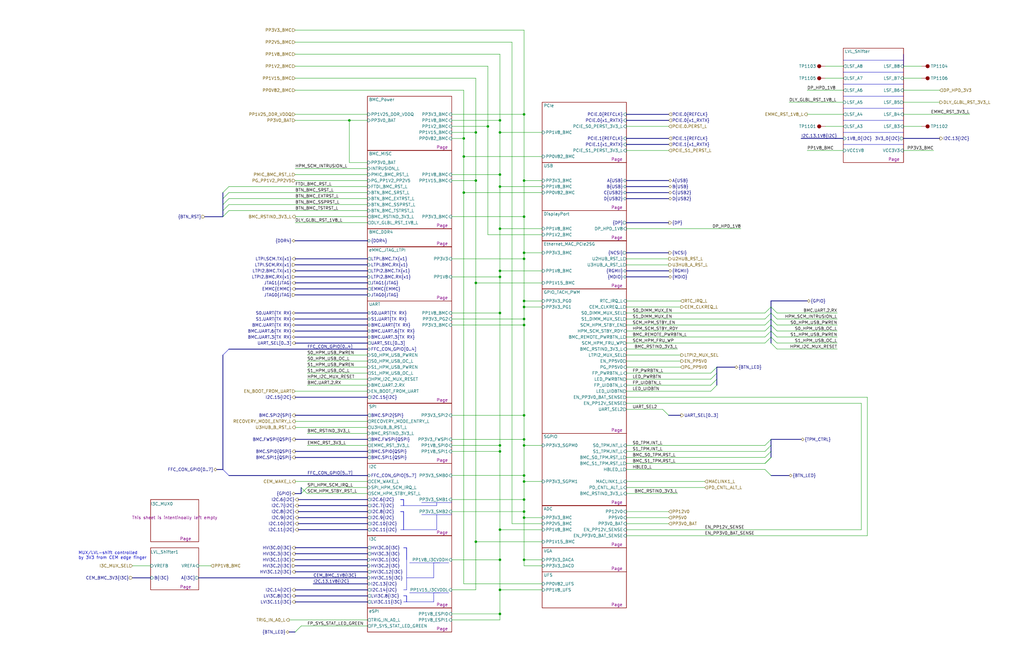
<source format=kicad_sch>
(kicad_sch (version 20231120) (generator "eeschema") (generator_version "8.0")
  (paper "B")
  (title_block (title "${PROJ}") (rev "${REV}") (company "${RPN}") (comment 1 "BMC"))
  (lib_symbols
    (symbol "Mechanical:TST-01025" (pin_numbers hide) (pin_names (offset 1.016) hide) (in_bom no)
      (property "Reference" "TP" (at 3.81 0 0))
      (symbol "TST-01025_0_1"
        (circle (center 2.54 0) (radius 0.762) (fill (type outline)))
      )
      (symbol "TST-01025_1_1"
        (pin passive line (at 0 0 0) (length 2.54) (name "~") (number "1"))
      )
    )
  )
  (junction (at 220.98 187.96))
  (junction (at 210.82 96.52))
  (junction (at 220.98 175.26))
  (junction (at 220.98 76.2))
  (junction (at 210.82 248.92))
  (junction (at 210.82 223.52))
  (junction (at 210.82 187.96))
  (junction (at 220.98 203.2))
  (junction (at 220.98 129.54))
  (junction (at 220.98 200.66))
  (junction (at 220.98 236.22))
  (junction (at 220.98 185.42))
  (junction (at 210.82 132.08))
  (junction (at 210.82 116.84))
  (junction (at 195.58 66.04))
  (junction (at 220.98 218.44))
  (junction (at 195.58 81.28))
  (junction (at 210.82 236.22))
  (junction (at 200.66 76.2))
  (junction (at 210.82 259.08))
  (junction (at 210.82 114.3))
  (junction (at 220.98 215.9))
  (junction (at 220.98 48.26))
  (junction (at 220.98 127))
  (junction (at 220.98 137.16))
  (junction (at 147.32 50.8))
  (junction (at 220.98 106.68))
  (junction (at 210.82 50.8))
  (junction (at 220.98 91.44))
  (junction (at 220.98 109.22))
  (junction (at 210.82 73.66))
  (junction (at 200.66 119.38))
  (junction (at 200.66 228.6))
  (junction (at 195.58 58.42))
  (junction (at 205.74 53.34))
  (junction (at 210.82 190.5))
  (junction (at 200.66 55.88))
  (junction (at 220.98 210.82))
  (junction (at 210.82 55.88))
  (junction (at 220.98 134.62))
  (junction (at 210.82 78.74))
  (bus_entry (at 322.58 195.58) (size 2.54 -2.54))
  (bus_entry (at 93.98 81.28) (size 2.54 -2.54))
  (bus_entry (at 327.66 142.24) (size -2.54 -2.54))
  (bus_entry (at 325.12 200.66) (size -2.54 -2.54))
  (bus_entry (at 322.58 187.96) (size 2.54 -2.54))
  (bus_entry (at 327.66 147.32) (size -2.54 -2.54))
  (bus_entry (at 327.66 134.62) (size -2.54 -2.54))
  (bus_entry (at 322.58 144.78) (size 2.54 -2.54))
  (bus_entry (at 299.72 157.48) (size 2.54 -2.54))
  (bus_entry (at 322.58 132.08) (size 2.54 -2.54))
  (bus_entry (at 299.72 162.56) (size 2.54 -2.54))
  (bus_entry (at 93.98 91.44) (size 2.54 -2.54))
  (bus_entry (at 93.98 86.36) (size 2.54 -2.54))
  (bus_entry (at 127 205.74) (size 2.54 2.54))
  (bus_entry (at 299.72 165.1) (size 2.54 -2.54))
  (bus_entry (at 279.4 172.72) (size 2.54 2.54))
  (bus_entry (at 93.98 83.82) (size 2.54 -2.54))
  (bus_entry (at 325.12 129.54) (size 2.54 2.54))
  (bus_entry (at 327.66 139.7) (size -2.54 -2.54))
  (bus_entry (at 322.58 193.04) (size 2.54 -2.54))
  (bus_entry (at 322.58 134.62) (size 2.54 -2.54))
  (bus_entry (at 322.58 137.16) (size 2.54 -2.54))
  (bus_entry (at 322.58 139.7) (size 2.54 -2.54))
  (bus_entry (at 93.98 88.9) (size 2.54 -2.54))
  (bus_entry (at 129.54 205.74) (size -2.54 2.54))
  (bus_entry (at 327.66 137.16) (size -2.54 -2.54))
  (bus_entry (at 322.58 190.5) (size 2.54 -2.54))
  (bus_entry (at 299.72 160.02) (size 2.54 -2.54))
  (bus_entry (at 327.66 144.78) (size -2.54 -2.54))
  (bus_entry (at 325.12 193.04) (size -2.54 2.54))
  (bus_entry (at 322.58 142.24) (size 2.54 -2.54))
  (bus_entry (at 127 264.16) (size -2.54 2.54))
  (wire (pts (xy 264.16 162.56) (xy 299.72 162.56)))
  (wire (pts (xy 124.46 12.7) (xy 220.98 12.7)))
  (bus (pts (xy 325.12 137.16) (xy 325.12 139.7)))
  (wire (pts (xy 129.54 182.88) (xy 154.94 182.88)))
  (wire (pts (xy 347.98 27.94) (xy 355.6 27.94)))
  (wire (pts (xy 210.82 55.88) (xy 210.82 73.66)))
  (bus (pts (xy 325.12 127) (xy 325.12 129.54)))
  (wire (pts (xy 190.5 259.08) (xy 210.82 259.08)))
  (bus (pts (xy 325.12 200.66) (xy 332.74 200.66)))
  (wire (pts (xy 210.82 248.92) (xy 228.6 248.92)))
  (wire (pts (xy 327.66 142.24) (xy 353.06 142.24)))
  (wire (pts (xy 220.98 187.96) (xy 220.98 200.66)))
  (polyline (pts (xy 170.18 213.36) (xy 184.15 213.36)))
  (wire (pts (xy 264.16 137.16) (xy 322.58 137.16)))
  (bus (pts (xy 124.46 111.76) (xy 154.94 111.76)))
  (bus (pts (xy 125.73 213.36) (xy 154.94 213.36)))
  (wire (pts (xy 264.16 53.34) (xy 281.94 53.34)))
  (wire (pts (xy 264.16 144.78) (xy 322.58 144.78)))
  (polyline (pts (xy 168.91 213.36) (xy 170.18 213.36)))
  (polyline (pts (xy 170.18 231.14) (xy 171.45 231.14)))
  (wire (pts (xy 264.16 63.5) (xy 281.94 63.5)))
  (wire (pts (xy 327.66 134.62) (xy 353.06 134.62)))
  (wire (pts (xy 210.82 116.84) (xy 210.82 132.08)))
  (bus (pts (xy 325.12 185.42) (xy 337.82 185.42)))
  (wire (pts (xy 124.46 17.78) (xy 215.9 17.78)))
  (wire (pts (xy 96.52 81.28) (xy 154.94 81.28)))
  (wire (pts (xy 96.52 88.9) (xy 154.94 88.9)))
  (wire (pts (xy 124.46 165.1) (xy 154.94 165.1)))
  (bus (pts (xy 125.73 223.52) (xy 154.94 223.52)))
  (wire (pts (xy 210.82 78.74) (xy 210.82 96.52)))
  (wire (pts (xy 220.98 137.16) (xy 220.98 175.26)))
  (polyline (pts (xy 171.45 243.84) (xy 182.88 243.84)))
  (wire (pts (xy 210.82 190.5) (xy 210.82 223.52)))
  (wire (pts (xy 264.16 109.22) (xy 281.94 109.22)))
  (wire (pts (xy 124.46 76.2) (xy 154.94 76.2)))
  (polyline (pts (xy 171.45 251.46) (xy 171.45 254)))
  (wire (pts (xy 220.98 218.44) (xy 228.6 218.44)))
  (wire (pts (xy 220.98 203.2) (xy 228.6 203.2)))
  (wire (pts (xy 381 33.02) (xy 388.62 33.02)))
  (wire (pts (xy 147.32 50.8) (xy 147.32 68.58)))
  (bus (pts (xy 124.46 114.3) (xy 154.94 114.3)))
  (wire (pts (xy 147.32 68.58) (xy 154.94 68.58)))
  (polyline (pts (xy 96.52 147.32) (xy 93.98 149.86)))
  (wire (pts (xy 264.16 170.18) (xy 363.22 170.18)))
  (wire (pts (xy 220.98 129.54) (xy 228.6 129.54)))
  (wire (pts (xy 340.36 48.26) (xy 355.6 48.26)))
  (wire (pts (xy 264.16 165.1) (xy 299.72 165.1)))
  (bus (pts (xy 264.16 58.42) (xy 281.94 58.42)))
  (polyline (pts (xy 355.6 25.4) (xy 381 25.4)))
  (wire (pts (xy 190.5 187.96) (xy 210.82 187.96)))
  (wire (pts (xy 210.82 223.52) (xy 210.82 236.22)))
  (bus (pts (xy 93.98 149.86) (xy 93.98 198.12)))
  (wire (pts (xy 264.16 152.4) (xy 287.02 152.4)))
  (wire (pts (xy 129.54 149.86) (xy 154.94 149.86)))
  (wire (pts (xy 220.98 210.82) (xy 220.98 215.9)))
  (bus (pts (xy 121.92 266.7) (xy 124.46 266.7)))
  (bus (pts (xy 325.12 185.42) (xy 325.12 187.96)))
  (bus (pts (xy 264.16 50.8) (xy 281.94 50.8)))
  (wire (pts (xy 381 27.94) (xy 388.62 27.94)))
  (polyline (pts (xy 184.15 212.09) (xy 184.15 213.36)))
  (bus (pts (xy 325.12 127) (xy 340.36 127)))
  (wire (pts (xy 124.46 180.34) (xy 154.94 180.34)))
  (polyline (pts (xy 355.6 30.48) (xy 381 30.48)))
  (wire (pts (xy 200.66 55.88) (xy 200.66 76.2)))
  (polyline (pts (xy 168.91 223.52) (xy 170.18 223.52)))
  (bus (pts (xy 325.12 134.62) (xy 325.12 137.16)))
  (wire (pts (xy 220.98 185.42) (xy 220.98 187.96)))
  (bus (pts (xy 124.46 241.3) (xy 154.94 241.3)))
  (wire (pts (xy 96.52 83.82) (xy 154.94 83.82)))
  (wire (pts (xy 205.74 27.94) (xy 205.74 53.34)))
  (wire (pts (xy 200.66 228.6) (xy 200.66 248.92)))
  (wire (pts (xy 393.7 63.5) (xy 381 63.5)))
  (polyline (pts (xy 171.45 231.14) (xy 171.45 248.92)))
  (bus (pts (xy 127 205.74) (xy 127 208.28)))
  (bus (pts (xy 124.46 254) (xy 154.94 254)))
  (wire (pts (xy 190.5 261.62) (xy 210.82 261.62)))
  (wire (pts (xy 327.66 144.78) (xy 353.06 144.78)))
  (wire (pts (xy 124.46 33.02) (xy 200.66 33.02)))
  (bus (pts (xy 93.98 81.28) (xy 93.98 83.82)))
  (bus (pts (xy 264.16 48.26) (xy 281.94 48.26)))
  (wire (pts (xy 210.82 73.66) (xy 210.82 78.74)))
  (wire (pts (xy 190.5 48.26) (xy 220.98 48.26)))
  (wire (pts (xy 264.16 139.7) (xy 322.58 139.7)))
  (bus (pts (xy 264.16 83.82) (xy 281.94 83.82)))
  (wire (pts (xy 264.16 127) (xy 287.02 127)))
  (wire (pts (xy 264.16 172.72) (xy 279.4 172.72)))
  (bus (pts (xy 124.46 132.08) (xy 154.94 132.08)))
  (wire (pts (xy 381 48.26) (xy 408.94 48.26)))
  (wire (pts (xy 195.58 58.42) (xy 195.58 66.04)))
  (wire (pts (xy 129.54 162.56) (xy 154.94 162.56)))
  (polyline (pts (xy 355.6 45.72) (xy 381 45.72)))
  (wire (pts (xy 381 53.34) (xy 388.62 53.34)))
  (wire (pts (xy 124.46 38.1) (xy 195.58 38.1)))
  (polyline (pts (xy 355.6 50.8) (xy 381 50.8)))
  (polyline (pts (xy 171.45 254) (xy 182.88 254)))
  (bus (pts (xy 124.46 251.46) (xy 154.94 251.46)))
  (wire (pts (xy 210.82 259.08) (xy 210.82 261.62)))
  (bus (pts (xy 124.46 231.14) (xy 154.94 231.14)))
  (polyline (pts (xy 355.6 60.96) (xy 381 60.96)))
  (wire (pts (xy 147.32 50.8) (xy 154.94 50.8)))
  (wire (pts (xy 220.98 203.2) (xy 220.98 210.82)))
  (wire (pts (xy 220.98 187.96) (xy 228.6 187.96)))
  (wire (pts (xy 264.16 187.96) (xy 322.58 187.96)))
  (wire (pts (xy 190.5 185.42) (xy 220.98 185.42)))
  (bus (pts (xy 264.16 78.74) (xy 281.94 78.74)))
  (wire (pts (xy 96.52 78.74) (xy 154.94 78.74)))
  (wire (pts (xy 190.5 76.2) (xy 200.66 76.2)))
  (bus (pts (xy 325.12 132.08) (xy 325.12 134.62)))
  (wire (pts (xy 365.76 167.64) (xy 365.76 226.06)))
  (bus (pts (xy 96.52 200.66) (xy 154.94 200.66)))
  (wire (pts (xy 264.16 193.04) (xy 322.58 193.04)))
  (bus (pts (xy 325.12 190.5) (xy 325.12 193.04)))
  (wire (pts (xy 210.82 96.52) (xy 210.82 114.3)))
  (wire (pts (xy 195.58 246.38) (xy 228.6 246.38)))
  (wire (pts (xy 210.82 50.8) (xy 210.82 55.88)))
  (wire (pts (xy 264.16 142.24) (xy 322.58 142.24)))
  (wire (pts (xy 220.98 129.54) (xy 220.98 134.62)))
  (wire (pts (xy 210.82 114.3) (xy 210.82 116.84)))
  (wire (pts (xy 190.5 53.34) (xy 205.74 53.34)))
  (wire (pts (xy 205.74 99.06) (xy 228.6 99.06)))
  (wire (pts (xy 124.46 91.44) (xy 154.94 91.44)))
  (bus (pts (xy 124.46 124.46) (xy 154.94 124.46)))
  (wire (pts (xy 264.16 147.32) (xy 285.75 147.32)))
  (bus (pts (xy 264.16 76.2) (xy 281.94 76.2)))
  (wire (pts (xy 264.16 220.98) (xy 281.94 220.98)))
  (wire (pts (xy 210.82 187.96) (xy 210.82 190.5)))
  (bus (pts (xy 124.46 175.26) (xy 154.94 175.26)))
  (wire (pts (xy 327.66 132.08) (xy 353.06 132.08)))
  (polyline (pts (xy 170.18 254) (xy 171.45 254)))
  (wire (pts (xy 210.82 236.22) (xy 210.82 248.92)))
  (bus (pts (xy 381 58.42) (xy 396.24 58.42)))
  (wire (pts (xy 220.98 91.44) (xy 220.98 106.68)))
  (wire (pts (xy 210.82 132.08) (xy 210.82 187.96)))
  (wire (pts (xy 210.82 114.3) (xy 228.6 114.3)))
  (bus (pts (xy 124.46 248.92) (xy 154.94 248.92)))
  (wire (pts (xy 327.66 137.16) (xy 353.06 137.16)))
  (wire (pts (xy 264.16 129.54) (xy 287.02 129.54)))
  (bus (pts (xy 93.98 198.12) (xy 91.44 198.12)))
  (bus (pts (xy 325.12 139.7) (xy 325.12 142.24)))
  (polyline (pts (xy 168.91 210.82) (xy 170.18 210.82)))
  (wire (pts (xy 264.16 160.02) (xy 299.72 160.02)))
  (wire (pts (xy 264.16 96.52) (xy 312.42 96.52)))
  (polyline (pts (xy 355.6 35.56) (xy 381 35.56)))
  (wire (pts (xy 124.46 27.94) (xy 205.74 27.94)))
  (wire (pts (xy 264.16 190.5) (xy 322.58 190.5)))
  (bus (pts (xy 264.16 81.28) (xy 281.94 81.28)))
  (wire (pts (xy 264.16 218.44) (xy 281.94 218.44)))
  (wire (pts (xy 124.46 48.26) (xy 154.94 48.26)))
  (bus (pts (xy 132.08 246.38) (xy 154.94 246.38)))
  (wire (pts (xy 220.98 106.68) (xy 228.6 106.68)))
  (wire (pts (xy 154.94 203.2) (xy 124.46 203.2)))
  (wire (pts (xy 220.98 200.66) (xy 220.98 203.2)))
  (polyline (pts (xy 170.18 251.46) (xy 171.45 251.46)))
  (wire (pts (xy 264.16 205.74) (xy 297.18 205.74)))
  (bus (pts (xy 325.12 142.24) (xy 325.12 144.78)))
  (wire (pts (xy 220.98 106.68) (xy 220.98 109.22)))
  (polyline (pts (xy 182.88 250.19) (xy 189.23 250.19)))
  (bus (pts (xy 124.46 238.76) (xy 154.94 238.76)))
  (wire (pts (xy 124.46 50.8) (xy 147.32 50.8)))
  (wire (pts (xy 190.5 175.26) (xy 220.98 175.26)))
  (bus (pts (xy 93.98 88.9) (xy 93.98 91.44)))
  (bus (pts (xy 325.12 187.96) (xy 325.12 190.5)))
  (wire (pts (xy 264.16 134.62) (xy 322.58 134.62)))
  (wire (pts (xy 347.98 33.02) (xy 355.6 33.02)))
  (wire (pts (xy 190.5 109.22) (xy 220.98 109.22)))
  (polyline (pts (xy 96.52 200.66) (xy 93.98 198.12)))
  (bus (pts (xy 124.46 109.22) (xy 154.94 109.22)))
  (polyline (pts (xy 177.8 217.17) (xy 190.5 217.17)))
  (wire (pts (xy 195.58 81.28) (xy 195.58 246.38)))
  (polyline (pts (xy 168.91 210.82) (xy 170.18 210.82)))
  (bus (pts (xy 264.16 93.98) (xy 281.94 93.98)))
  (polyline (pts (xy 170.18 223.52) (xy 184.15 223.52)))
  (wire (pts (xy 210.82 96.52) (xy 228.6 96.52)))
  (polyline (pts (xy 182.88 237.49) (xy 189.23 237.49)))
  (bus (pts (xy 124.46 193.04) (xy 154.94 193.04)))
  (wire (pts (xy 340.36 63.5) (xy 355.6 63.5)))
  (wire (pts (xy 190.5 132.08) (xy 210.82 132.08)))
  (polyline (pts (xy 172.72 250.19) (xy 185.42 250.19)))
  (wire (pts (xy 200.66 119.38) (xy 228.6 119.38)))
  (wire (pts (xy 96.52 86.36) (xy 154.94 86.36)))
  (bus (pts (xy 124.46 121.92) (xy 154.94 121.92)))
  (polyline (pts (xy 171.45 251.46) (xy 171.45 254)))
  (wire (pts (xy 220.98 218.44) (xy 220.98 236.22)))
  (polyline (pts (xy 355.6 55.88) (xy 381 55.88)))
  (wire (pts (xy 264.16 223.52) (xy 363.22 223.52)))
  (bus (pts (xy 125.73 218.44) (xy 154.94 218.44)))
  (wire (pts (xy 220.98 127) (xy 228.6 127)))
  (wire (pts (xy 363.22 170.18) (xy 363.22 223.52)))
  (bus (pts (xy 281.94 175.26) (xy 287.02 175.26)))
  (wire (pts (xy 210.82 55.88) (xy 228.6 55.88)))
  (wire (pts (xy 215.9 220.98) (xy 228.6 220.98)))
  (wire (pts (xy 190.5 73.66) (xy 210.82 73.66)))
  (wire (pts (xy 200.66 76.2) (xy 200.66 119.38)))
  (wire (pts (xy 264.16 208.28) (xy 285.75 208.28)))
  (wire (pts (xy 190.5 58.42) (xy 195.58 58.42)))
  (wire (pts (xy 124.46 93.98) (xy 154.94 93.98)))
  (wire (pts (xy 210.82 248.92) (xy 210.82 259.08)))
  (polyline (pts (xy 170.18 215.9) (xy 170.18 223.52)))
  (bus (pts (xy 86.36 91.44) (xy 93.98 91.44)))
  (bus (pts (xy 325.12 129.54) (xy 325.12 132.08)))
  (polyline (pts (xy 381 22.86) (xy 381 27.94)))
  (wire (pts (xy 200.66 33.02) (xy 200.66 55.88)))
  (bus (pts (xy 302.26 154.94) (xy 302.26 157.48)))
  (wire (pts (xy 129.54 187.96) (xy 154.94 187.96)))
  (wire (pts (xy 129.54 154.94) (xy 154.94 154.94)))
  (polyline (pts (xy 170.18 210.82) (xy 170.18 213.36)))
  (bus (pts (xy 154.94 190.5) (xy 124.46 190.5)))
  (bus (pts (xy 93.98 83.82) (xy 93.98 86.36)))
  (wire (pts (xy 210.82 22.86) (xy 210.82 50.8)))
  (wire (pts (xy 55.88 238.76) (xy 63.5 238.76)))
  (wire (pts (xy 220.98 76.2) (xy 220.98 91.44)))
  (bus (pts (xy 124.46 139.7) (xy 154.94 139.7)))
  (polyline (pts (xy 182.88 237.49) (xy 182.88 243.84)))
  (bus (pts (xy 264.16 114.3) (xy 281.94 114.3)))
  (polyline (pts (xy 172.72 237.49) (xy 185.42 237.49)))
  (polyline (pts (xy 168.91 215.9) (xy 170.18 215.9)))
  (wire (pts (xy 210.82 223.52) (xy 228.6 223.52)))
  (wire (pts (xy 190.5 134.62) (xy 220.98 134.62)))
  (wire (pts (xy 190.5 50.8) (xy 210.82 50.8)))
  (bus (pts (xy 125.73 215.9) (xy 154.94 215.9)))
  (wire (pts (xy 264.16 203.2) (xy 297.18 203.2)))
  (wire (pts (xy 124.46 177.8) (xy 154.94 177.8)))
  (bus (pts (xy 124.46 236.22) (xy 154.94 236.22)))
  (bus (pts (xy 337.82 58.42) (xy 355.6 58.42)))
  (wire (pts (xy 190.5 236.22) (xy 210.82 236.22)))
  (wire (pts (xy 264.16 154.94) (xy 287.02 154.94)))
  (bus (pts (xy 125.73 220.98) (xy 154.94 220.98)))
  (polyline (pts (xy 177.8 212.09) (xy 190.5 212.09)))
  (wire (pts (xy 129.54 205.74) (xy 154.94 205.74)))
  (wire (pts (xy 264.16 111.76) (xy 281.94 111.76)))
  (wire (pts (xy 190.5 210.82) (xy 220.98 210.82)))
  (wire (pts (xy 124.46 22.86) (xy 210.82 22.86)))
  (wire (pts (xy 190.5 116.84) (xy 210.82 116.84)))
  (polyline (pts (xy 171.45 231.14) (xy 171.45 236.22)))
  (bus (pts (xy 83.82 243.84) (xy 154.94 243.84)))
  (bus (pts (xy 124.46 144.78) (xy 154.94 144.78)))
  (wire (pts (xy 121.92 261.62) (xy 154.94 261.62)))
  (wire (pts (xy 220.98 236.22) (xy 220.98 238.76)))
  (wire (pts (xy 129.54 157.48) (xy 154.94 157.48)))
  (wire (pts (xy 220.98 175.26) (xy 220.98 185.42)))
  (wire (pts (xy 205.74 53.34) (xy 205.74 99.06)))
  (wire (pts (xy 190.5 215.9) (xy 220.98 215.9)))
  (bus (pts (xy 93.98 86.36) (xy 93.98 88.9)))
  (bus (pts (xy 124.46 233.68) (xy 154.94 233.68)))
  (wire (pts (xy 220.98 215.9) (xy 220.98 218.44)))
  (wire (pts (xy 264.16 215.9) (xy 281.94 215.9)))
  (wire (pts (xy 264.16 149.86) (xy 287.02 149.86)))
  (wire (pts (xy 190.5 190.5) (xy 210.82 190.5)))
  (bus (pts (xy 124.46 134.62) (xy 154.94 134.62)))
  (bus (pts (xy 55.88 243.84) (xy 63.5 243.84)))
  (bus (pts (xy 264.16 106.68) (xy 281.94 106.68)))
  (polyline (pts (xy 355.6 40.64) (xy 381 40.64)))
  (wire (pts (xy 220.98 127) (xy 220.98 129.54)))
  (wire (pts (xy 190.5 200.66) (xy 220.98 200.66)))
  (bus (pts (xy 124.46 101.6) (xy 154.94 101.6)))
  (bus (pts (xy 124.46 116.84) (xy 154.94 116.84)))
  (wire (pts (xy 190.5 248.92) (xy 200.66 248.92)))
  (wire (pts (xy 220.98 76.2) (xy 228.6 76.2)))
  (wire (pts (xy 124.46 73.66) (xy 154.94 73.66)))
  (wire (pts (xy 190.5 55.88) (xy 200.66 55.88)))
  (polyline (pts (xy 182.88 250.19) (xy 182.88 254)))
  (polyline (pts (xy 170.18 248.92) (xy 171.45 248.92)))
  (wire (pts (xy 264.16 195.58) (xy 322.58 195.58)))
  (wire (pts (xy 264.16 198.12) (xy 322.58 198.12)))
  (wire (pts (xy 190.5 137.16) (xy 220.98 137.16)))
  (bus (pts (xy 302.26 160.02) (xy 302.26 162.56)))
  (wire (pts (xy 129.54 152.4) (xy 154.94 152.4)))
  (wire (pts (xy 327.66 139.7) (xy 353.06 139.7)))
  (wire (pts (xy 215.9 17.78) (xy 215.9 220.98)))
  (bus (pts (xy 124.46 137.16) (xy 154.94 137.16)))
  (wire (pts (xy 190.5 91.44) (xy 220.98 91.44)))
  (bus (pts (xy 125.73 210.82) (xy 154.94 210.82)))
  (wire (pts (xy 327.66 147.32) (xy 353.06 147.32)))
  (wire (pts (xy 83.82 238.76) (xy 88.9 238.76)))
  (bus (pts (xy 127 208.28) (xy 124.46 208.28)))
  (wire (pts (xy 264.16 157.48) (xy 299.72 157.48)))
  (wire (pts (xy 347.98 53.34) (xy 355.6 53.34)))
  (wire (pts (xy 210.82 78.74) (xy 228.6 78.74)))
  (wire (pts (xy 220.98 48.26) (xy 220.98 76.2)))
  (wire (pts (xy 264.16 226.06) (xy 365.76 226.06)))
  (polyline (pts (xy 184.15 217.17) (xy 184.15 223.52)))
  (wire (pts (xy 381 43.18) (xy 396.24 43.18)))
  (bus (pts (xy 124.46 167.64) (xy 154.94 167.64)))
  (wire (pts (xy 127 264.16) (xy 154.94 264.16)))
  (wire (pts (xy 195.58 66.04) (xy 228.6 66.04)))
  (wire (pts (xy 332.74 43.18) (xy 355.6 43.18)))
  (wire (pts (xy 195.58 38.1) (xy 195.58 58.42)))
  (polyline (pts (xy 170.18 210.82) (xy 170.18 213.36)))
  (wire (pts (xy 381 38.1) (xy 396.24 38.1)))
  (bus (pts (xy 264.16 116.84) (xy 281.94 116.84)))
  (bus (pts (xy 124.46 142.24) (xy 154.94 142.24)))
  (bus (pts (xy 302.26 154.94) (xy 309.88 154.94)))
  (wire (pts (xy 264.16 132.08) (xy 322.58 132.08)))
  (wire (pts (xy 200.66 228.6) (xy 228.6 228.6)))
  (polyline (pts (xy 170.18 251.46) (xy 171.45 251.46)))
  (wire (pts (xy 220.98 134.62) (xy 220.98 137.16)))
  (wire (pts (xy 340.36 38.1) (xy 355.6 38.1)))
  (polyline (pts (xy 168.91 215.9) (xy 170.18 215.9)))
  (wire (pts (xy 129.54 208.28) (xy 154.94 208.28)))
  (polyline (pts (xy 170.18 231.14) (xy 171.45 231.14)))
  (wire (pts (xy 220.98 109.22) (xy 220.98 127)))
  (wire (pts (xy 200.66 119.38) (xy 200.66 228.6)))
  (bus (pts (xy 264.16 60.96) (xy 281.94 60.96)))
  (wire (pts (xy 220.98 12.7) (xy 220.98 48.26)))
  (wire (pts (xy 264.16 167.64) (xy 365.76 167.64)))
  (wire (pts (xy 220.98 236.22) (xy 228.6 236.22)))
  (wire (pts (xy 195.58 66.04) (xy 195.58 81.28)))
  (bus (pts (xy 124.46 119.38) (xy 154.94 119.38)))
  (wire (pts (xy 124.46 71.12) (xy 154.94 71.12)))
  (wire (pts (xy 220.98 238.76) (xy 228.6 238.76)))
  (wire (pts (xy 195.58 81.28) (xy 228.6 81.28)))
  (bus (pts (xy 302.26 157.48) (xy 302.26 160.02)))
  (polyline (pts (xy 170.18 215.9) (xy 170.18 223.52)))
  (bus (pts (xy 96.52 147.32) (xy 154.94 147.32)))
  (wire (pts (xy 129.54 160.02) (xy 154.94 160.02)))
  (bus (pts (xy 124.46 185.42) (xy 154.94 185.42)))
  (text "MUX/LVL-shift controlled \nby 3V3 from CEM edge finger" (at 33.02 236.22 0) (effects (font (size 1.27 1.27)) (justify left bottom)))
  (label "S1_TPM.INT_L" (at 266.7 190.5 0))
  (label "FP_UIDBTN_L" (at 266.7 162.56 0))
  (label "SCM_HPM_STBY_EN" (at 266.7 137.16 0))
  (label "S1_HPM_USB_OC_L" (at 353.06 144.78 180))
  (label "FP_PWRBTN_L" (at 266.7 157.48 0))
  (label "BMC_S0_TPM.RST_L" (at 266.7 193.04 0))
  (label "HPM_SCM_INTRUSION_L" (at 124.46 71.12 0))
  (label "DP_HPD_1V8" (at 312.42 96.52 180))
  (label "SPI_HPM_SCM_IRQ_L" (at 129.54 205.74 0))
  (label "I2C.13.1V8{I2C}" (at 337.82 58.42 0))
  (label "FTDI_BMC_RST_L" (at 124.46 78.74 0))
  (label "SCM_HPM_STBY_RST_L" (at 129.54 208.28 0))
  (label "PP3V3_BMC" (at 393.7 63.5 180))
  (label "S1_HPM_USB_PWREN" (at 129.54 154.94 0))
  (label "BMC_RSTIND_3V3_L" (at 285.75 147.32 180))
  (label "HPM_I2C_MUX_RESET" (at 129.54 160.02 0))
  (label "FFC_CON_GPIO[0..4]" (at 129.54 147.32 0))
  (label "BTN_BMC_SRST_L" (at 124.46 81.28 0))
  (label "S0_HPM_USB_OC_L" (at 353.06 139.7 180))
  (label "PP1V8_BMC" (at 340.36 63.5 0))
  (label "S0_HPM_USB_PWREN" (at 129.54 149.86 0))
  (label "BTN_BMC_SSPRST_L" (at 124.46 86.36 0))
  (label "BMC_REMOTE_PWRBTN_L" (at 266.7 142.24 0))
  (label "FFC_CON_GPIO[5..7]" (at 129.54 200.66 0))
  (label "EN_PP12V_SENSE" (at 297.18 223.52 0))
  (label "BMC.UART.2.RX" (at 129.54 162.56 0))
  (label "HPM_SCM_INTRUSION_L" (at 353.06 134.62 180))
  (label "LED_UIDBTN" (at 266.7 165.1 0))
  (label "EMMC_RST_3V3_L" (at 408.94 48.26 180))
  (label "S0_HPM_USB_OC_L" (at 129.54 152.4 0))
  (label "DLY_GLBL_RST_1V8_L" (at 124.46 93.98 0))
  (label "FP_SYS_STAT_LED_GREEN" (at 129.54 264.16 0))
  (label "HPM_SCM_STBY_RDY" (at 266.7 139.7 0))
  (label "S1_HPM_USB_PWREN" (at 353.06 142.24 180))
  (label "DLY_GLBL_RST_1V8_L" (at 332.74 43.18 0))
  (label "BMC_S1_TPM.RST_L" (at 266.7 195.58 0))
  (label "DP_HPD_1V8" (at 340.36 38.1 0))
  (label "BMC_RSTIND_3V3_L" (at 285.75 208.28 180))
  (label "EMMC_RST_3V3_L" (at 129.54 187.96 0))
  (label "S0_DIMM_MUX_EN" (at 266.7 132.08 0))
  (label "S0_HPM_USB_PWREN" (at 353.06 137.16 180))
  (label "S0_TPM.INT_L" (at 266.7 187.96 0))
  (label "BTN_BMC_TSTRST_L" (at 124.46 88.9 0))
  (label "I2C.13.1V8{I2C}" (at 132.08 246.38 0))
  (label "HPM_I2C_MUX_RESET" (at 353.06 147.32 180))
  (label "EN_PP3V0_BAT_SENSE" (at 297.18 226.06 0))
  (label "UART_SEL2" (at 266.7 172.72 0))
  (label "BMC.UART.2.RX" (at 353.06 132.08 180))
  (label "BTN_BMC_EXTRST_L" (at 124.46 83.82 0))
  (label "S1_DIMM_MUX_EN" (at 266.7 134.62 0))
  (label "LED_PWRBTN" (at 266.7 160.02 0))
  (label "S1_HPM_USB_OC_L" (at 129.54 157.48 0))
  (label "BMC_RSTIND_3V3_L" (at 129.54 182.88 0))
  (label "SCM_HPM_FRU_WP" (at 266.7 144.78 0))
  (label "CEM_BMC_1V8{I3C}" (at 132.08 243.84 0))
  (label "HBLED_L" (at 266.7 198.12 0))
  (hierarchical_label "BMC_RSTIND_3V3_L" (shape output) (at 124.46 91.44 180))
  (hierarchical_label "EN_PP5V0" (shape output) (at 287.02 152.4 0))
  (hierarchical_label "I2C.10{I2C}" (shape output) (at 125.73 220.98 180))
  (hierarchical_label "PP3V0_BAT" (shape input) (at 281.94 220.98 0))
  (hierarchical_label "RECOVERY_MODE_ENTRY_L" (shape output) (at 124.46 177.8 180))
  (hierarchical_label "PCIE_S1_PERST_L" (shape input) (at 281.94 63.5 0))
  (hierarchical_label "PP2V5_BMC" (shape input) (at 124.46 17.78 180))
  (hierarchical_label "BMC.UART.6{TX RX}" (shape bidirectional) (at 124.46 139.7 180))
  (hierarchical_label "PP5V0" (shape input) (at 281.94 218.44 0))
  (hierarchical_label "I2C.7{I2C}" (shape output) (at 125.73 213.36 180))
  (hierarchical_label "D{USB2}" (shape bidirectional) (at 281.94 83.82 0))
  (hierarchical_label "PCIE.1{REFCLK}" (shape input) (at 281.94 58.42 0))
  (hierarchical_label "UART_SEL[0..3]" (shape output) (at 124.46 144.78 180))
  (hierarchical_label "LVI3C.11{I3C}" (shape output) (at 124.46 254 180))
  (hierarchical_label "HVI3C.12{I3C}" (shape output) (at 124.46 241.3 180))
  (hierarchical_label "U3HUB_B_RST_L" (shape output) (at 124.46 180.34 180))
  (hierarchical_label "CEM_CLKREQ_L" (shape output) (at 287.02 129.54 0))
  (hierarchical_label "LTPI2.BMC.RX{x1}" (shape input) (at 124.46 116.84 180))
  (hierarchical_label "PP3V3_BMC" (shape input) (at 124.46 12.7 180))
  (hierarchical_label "CEM_WAKE_L" (shape output) (at 124.46 203.2 180))
  (hierarchical_label "I2C.15{I2C}" (shape output) (at 124.46 167.64 180))
  (hierarchical_label "BMC.UART{TX RX}" (shape bidirectional) (at 124.46 137.16 180))
  (hierarchical_label "LVI3C.8{I3C}" (shape output) (at 124.46 251.46 180))
  (hierarchical_label "PP1V8_BMC" (shape input) (at 124.46 22.86 180))
  (hierarchical_label "PG_PP1V2_PP2V5" (shape input) (at 124.46 76.2 180))
  (hierarchical_label "UART_SEL[0..3]" (shape output) (at 287.02 175.26 0))
  (hierarchical_label "FFC_CON_GPIO[0..7]" (shape bidirectional) (at 91.44 198.12 180))
  (hierarchical_label "PCIE.0{REFCLK}" (shape input) (at 281.94 48.26 0))
  (hierarchical_label "A{USB}" (shape bidirectional) (at 281.94 76.2 0))
  (hierarchical_label "PP1V25_DDR_VDDQ" (shape input) (at 124.46 48.26 180))
  (hierarchical_label "JTAG0{JTAG}" (shape input) (at 124.46 124.46 180))
  (hierarchical_label "PG_PP5V0" (shape input) (at 287.02 154.94 0))
  (hierarchical_label "{DP}" (shape output) (at 281.94 93.98 0))
  (hierarchical_label "PCIE.0{x1_RXTX}" (shape input) (at 281.94 50.8 0))
  (hierarchical_label "{GPIO}" (shape bidirectional) (at 124.46 208.28 180))
  (hierarchical_label "S1.UART{TX RX}" (shape bidirectional) (at 124.46 134.62 180))
  (hierarchical_label "BMC.SPI2{SPI}" (shape output) (at 124.46 175.26 180))
  (hierarchical_label "BMC.SPI1{QSPI}" (shape output) (at 124.46 193.04 180))
  (hierarchical_label "PP12V0" (shape input) (at 281.94 215.9 0))
  (hierarchical_label "{MDIO}" (shape bidirectional) (at 281.94 116.84 0))
  (hierarchical_label "I2C.11{I2C}" (shape output) (at 125.73 223.52 180))
  (hierarchical_label "LTPI2_MUX_SEL" (shape output) (at 287.02 149.86 0))
  (hierarchical_label "HVI3C.2{I3C}" (shape input) (at 124.46 238.76 180))
  (hierarchical_label "{TPM_CTRL}" (shape bidirectional) (at 337.82 185.42 0))
  (hierarchical_label "{NCSI}" (shape output) (at 281.94 106.68 0))
  (hierarchical_label "BMC.UART.3{TX RX}" (shape bidirectional) (at 124.46 142.24 180))
  (hierarchical_label "PP1V15_BMC" (shape input) (at 124.46 33.02 180))
  (hierarchical_label "PMIC_BMC_RST_L" (shape input) (at 124.46 73.66 180))
  (hierarchical_label "HVI3C.3{I3C}" (shape output) (at 124.46 233.68 180))
  (hierarchical_label "LTPI.SCM.TX{x1}" (shape output) (at 124.46 109.22 180))
  (hierarchical_label "PP1V8_BMC" (shape input) (at 88.9 238.76 0))
  (hierarchical_label "LTPI2.BMC.TX{x1}" (shape output) (at 124.46 114.3 180))
  (hierarchical_label "HVI3C.1{I3C}" (shape input) (at 124.46 236.22 180))
  (hierarchical_label "EN_BOOT_FROM_UART" (shape input) (at 124.46 165.1 180))
  (hierarchical_label "{RGMII}" (shape bidirectional) (at 281.94 114.3 0))
  (hierarchical_label "PP1V2_BMC" (shape input) (at 124.46 27.94 180))
  (hierarchical_label "CEM_BMC_3V3{I3C}" (shape input) (at 55.88 243.84 180))
  (hierarchical_label "BMC.SPI0{QSPI}" (shape output) (at 124.46 190.5 180))
  (hierarchical_label "EMMC_RST_1V8_L" (shape output) (at 340.36 48.26 180))
  (hierarchical_label "MACLINK1_L" (shape input) (at 297.18 203.2 0))
  (hierarchical_label "BMC.FWSPI{QSPI}" (shape output) (at 124.46 185.42 180))
  (hierarchical_label "{BTN_LED}" (shape bidirectional) (at 121.92 266.7 180))
  (hierarchical_label "{DDR4}" (shape bidirectional) (at 124.46 101.6 180))
  (hierarchical_label "DP_HPD_3V3" (shape input) (at 396.24 38.1 0))
  (hierarchical_label "I2C.14{I2C}" (shape output) (at 124.46 248.92 180))
  (hierarchical_label "I2C.9{I2C}" (shape output) (at 125.73 218.44 180))
  (hierarchical_label "LTPI.SCM.RX{x1}" (shape input) (at 124.46 111.76 180))
  (hierarchical_label "I2C.6{I2C}" (shape output) (at 125.73 210.82 180))
  (hierarchical_label "HVI3C.0{I3C}" (shape output) (at 124.46 231.14 180))
  (hierarchical_label "JTAG1{JTAG}" (shape output) (at 124.46 119.38 180))
  (hierarchical_label "PCIE.0.PERST_L" (shape input) (at 281.94 53.34 0))
  (hierarchical_label "PP0V82_BMC" (shape input) (at 124.46 38.1 180))
  (hierarchical_label "RTC_IRQ_L" (shape input) (at 287.02 127 0))
  (hierarchical_label "U3HUB_A_RST_L" (shape output) (at 281.94 111.76 0))
  (hierarchical_label "{BTN_RST}" (shape input) (at 86.36 91.44 180))
  (hierarchical_label "C{USB2}" (shape bidirectional) (at 281.94 81.28 0))
  (hierarchical_label "S0.UART{TX RX}" (shape bidirectional) (at 124.46 132.08 180))
  (hierarchical_label "{BTN_LED}" (shape bidirectional) (at 309.88 154.94 0))
  (hierarchical_label "{BTN_LED}" (shape bidirectional) (at 332.74 200.66 0))
  (hierarchical_label "I3C_MUX_SEL" (shape input) (at 55.88 238.76 180))
  (hierarchical_label "{GPIO}" (shape bidirectional) (at 340.36 127 0))
  (hierarchical_label "U2HUB_RST_L" (shape output) (at 281.94 109.22 0))
  (hierarchical_label "PCIE.1{x1_RXTX}" (shape input) (at 281.94 60.96 0))
  (hierarchical_label "TRIG_IN_A0_L" (shape output) (at 121.92 261.62 180))
  (hierarchical_label "I2C.13{I2C}" (shape output) (at 396.24 58.42 0))
  (hierarchical_label "EMMC{EMMC}" (shape output) (at 124.46 121.92 180))
  (hierarchical_label "DLY_GLBL_RST_3V3_L" (shape output) (at 396.24 43.18 0))
  (hierarchical_label "PD_CNTL_ALT_L" (shape input) (at 297.18 205.74 0))
  (hierarchical_label "B{USB}" (shape bidirectional) (at 281.94 78.74 0))
  (hierarchical_label "PP3V0_BAT" (shape input) (at 124.46 50.8 180))
  (hierarchical_label "I2C.8{I2C}" (shape output) (at 125.73 215.9 180))
  (symbol (lib_id "Mechanical:TST-01025") (at 347.98 33.02 0) (mirror y) (unit 1) (in_bom no)
    (property "Reference" "TP1105" (at 344.17 33.02 0) (effects (justify left)))
    (property "Value" "TST-01025" (effects (hide yes)))
    (property "Description" "Test point, 25mils" (effects (hide yes)))
  )
  (symbol (lib_id "Mechanical:TST-01025") (at 347.98 27.94 0) (mirror y) (unit 1) (in_bom no)
    (property "Reference" "TP1103" (at 344.17 27.94 0) (effects (justify left)))
    (property "Value" "TST-01025" (effects (hide yes)))
    (property "Description" "Test point, 25mils" (effects (hide yes)))
  )
  (symbol (lib_id "Mechanical:TST-01025") (at 388.62 53.34 0) (unit 1) (in_bom no)
    (property "Reference" "TP1102" (at 392.43 53.34 0) (effects (justify left)))
    (property "Value" "TST-01025" (effects (hide yes)))
    (property "Description" "Test point, 25mils" (effects (hide yes)))
  )
  (symbol (lib_id "Mechanical:TST-01025") (at 347.98 53.34 0) (mirror y) (unit 1) (in_bom no)
    (property "Reference" "TP1101" (at 344.17 53.34 0) (effects (justify left)))
    (property "Value" "TST-01025" (effects (hide yes)))
    (property "Description" "Test point, 25mils" (effects (hide yes)))
  )
  (symbol (lib_id "Mechanical:TST-01025") (at 388.62 33.02 0) (unit 1) (in_bom no)
    (property "Reference" "TP1106" (at 392.43 33.02 0) (effects (justify left)))
    (property "Value" "TST-01025" (effects (hide yes)))
    (property "Description" "Test point, 25mils" (effects (hide yes)))
  )
  (symbol (lib_id "Mechanical:TST-01025") (at 388.62 27.94 0) (unit 1) (in_bom no)
    (property "Reference" "TP1104" (at 392.43 27.94 0) (effects (justify left)))
    (property "Value" "TST-01025" (effects (hide yes)))
    (property "Description" "Test point, 25mils" (effects (hide yes)))
  )
  (sheet (at 63.5 210.82) (size 20.32 17.78) (stroke (width 0.1524))
    (property "Sheetname" "I3C_MUX0" (at 63.5 213.36 0) (effects (justify left bottom)))
    (property "Sheetfile" "i3c_mux.kicad_sch" (effects (hide yes)))
    (property "Title" "${COMMENT1}" (effects (hide yes)))
    (property "Page" "Page ${#}" (at 78.74 227.33 0))
    (property "existence" "This sheet is intentinoally left empty" (at 73.66 218.44 0))
  )
  (sheet (at 355.6 20.32) (size 25.4 48.26) (stroke (width 0.1524))
    (property "Sheetname" "LVL_Shifter" (at 356.235 20.955 0) (effects (justify left top)))
    (property "Sheetfile" "lvl_shifter.kicad_sch" (effects (hide yes)))
    (property "Title" "${COMMENT1}" (effects (hide yes)))
    (property "Page" "Page ${#}" (at 380.365 67.945 0) (effects (justify right bottom)))
    (pin "VCC3V3" input (at 381 63.5 0))
    (pin "VCC1V8" input (at 355.6 63.5 180))
    (pin "LSF_A8" output (at 355.6 27.94 180))
    (pin "LSF_A7" output (at 355.6 33.02 180))
    (pin "LSF_B8" input (at 381 27.94 0))
    (pin "LSF_B7" input (at 381 33.02 0))
    (pin "3V3_0{I2C}" output (at 381 58.42 0))
    (pin "1V8_0{I2C}" input (at 355.6 58.42 180))
    (pin "LSF_B6" input (at 381 38.1 0))
    (pin "LSF_A6" output (at 355.6 38.1 180))
    (pin "LSF_B5" output (at 381 43.18 0))
    (pin "LSF_A5" input (at 355.6 43.18 180))
    (pin "LSF_A4" output (at 355.6 48.26 180))
    (pin "LSF_B4" input (at 381 48.26 0))
    (pin "LSF_A3" output (at 355.6 53.34 180))
    (pin "LSF_B3" input (at 381 53.34 0))
  )
  (sheet (at 228.6 43.18) (size 35.56 25.4) (stroke (width 0.1524))
    (property "Sheetname" "PCIe" (at 229.235 43.815 0) (effects (justify left top)))
    (property "Sheetfile" "pcie.kicad_sch" (effects (hide yes)))
    (property "Title" "${COMMENT1}" (effects (hide yes)))
    (property "Page" "Page ${#}" (at 263.525 67.945 0) (effects (justify right bottom)))
    (pin "PCIE.0{x1_RXTX}" input (at 264.16 50.8 0))
    (pin "PCIE.1{x1_RXTX}" input (at 264.16 60.96 0))
    (pin "PCIE_S1_PERST_3V3_L" input (at 264.16 63.5 0))
    (pin "PCIE.1{REFCLK}" input (at 264.16 58.42 0))
    (pin "PCIE.0{REFCLK}" input (at 264.16 48.26 0))
    (pin "PCIE_S0_PERST_3V3_L" input (at 264.16 53.34 0))
    (pin "PP1V8_BMC" input (at 228.6 55.88 180))
    (pin "PP0V82_BMC" input (at 228.6 66.04 180))
  )
  (sheet (at 63.5 231.14) (size 20.32 17.78) (stroke (width 0.1524))
    (property "Sheetname" "LVL_Shifter1" (at 63.5 233.68 0) (effects (justify left bottom)))
    (property "Sheetfile" "i3c_lvl_shift.kicad_sch" (effects (hide yes)))
    (property "Title" "${COMMENT1}" (effects (hide yes)))
    (property "Page" "Page ${#}" (at 78.74 247.65 0))
    (pin "A{I3C}" output (at 83.82 243.84 0))
    (pin "VREFA" input (at 83.82 238.76 0))
    (pin "B{I3C}" input (at 63.5 243.84 180))
    (pin "VREFB" input (at 63.5 238.76 180))
  )
  (sheet (at 154.94 127) (size 35.56 43.18) (stroke (width 0.1524))
    (property "Sheetname" "UART" (at 155.575 127.635 0) (effects (justify left top)))
    (property "Sheetfile" "uart.kicad_sch" (effects (hide yes)))
    (property "Title" "${COMMENT1}" (effects (hide yes)))
    (property "Page" "Page ${#}" (at 189.865 169.545 0) (effects (justify right bottom)))
    (pin "PP3V3_BMC" input (at 190.5 137.16 0))
    (pin "S0_HPM_USB_PWREN" input (at 154.94 149.86 180))
    (pin "S1_HPM_USB_PWREN" input (at 154.94 154.94 180))
    (pin "S0_HPM_USB_OC_L" output (at 154.94 152.4 180))
    (pin "S1_HPM_USB_OC_L" output (at 154.94 157.48 180))
    (pin "HPM_I2C_MUX_RESET" output (at 154.94 160.02 180))
    (pin "S0.UART{TX RX}" bidirectional (at 154.94 132.08 180))
    (pin "PP3V3_PG2" input (at 190.5 134.62 0))
    (pin "S1.UART{TX RX}" bidirectional (at 154.94 134.62 180))
    (pin "BMC.UART{TX RX}" bidirectional (at 154.94 137.16 180))
    (pin "PP1V8_BMC" input (at 190.5 132.08 0))
    (pin "BMC.UART.6{TX RX}" bidirectional (at 154.94 139.7 180))
    (pin "UART_SEL[0..3]" output (at 154.94 144.78 180))
    (pin "BMC.UART.2.RX" input (at 154.94 162.56 180))
    (pin "FFC_CON_GPIO[0..4]" bidirectional (at 154.94 147.32 180))
    (pin "EN_BOOT_FROM_UART" input (at 154.94 165.1 180))
    (pin "I2C.15{I2C}" output (at 154.94 167.64 180))
    (pin "BMC.UART.3{TX RX}" bidirectional (at 154.94 142.24 180))
  )
  (sheet (at 154.94 40.64) (size 35.56 22.86) (stroke (width 0.1524))
    (property "Sheetname" "BMC_Power" (at 155.575 41.275 0) (effects (justify left top)))
    (property "Sheetfile" "bmc_pwr.kicad_sch" (effects (hide yes)))
    (property "Title" "${COMMENT1}" (effects (hide yes)))
    (property "Page" "Page ${#}" (at 189.865 62.865 0) (effects (justify right bottom)))
    (pin "PP0V82_BMC" input (at 190.5 58.42 0))
    (pin "PP1V8_BMC" input (at 190.5 50.8 0))
    (pin "PP1V25_DDR_VDDQ" input (at 154.94 48.26 180))
    (pin "PP1V15_BMC" input (at 190.5 55.88 0))
    (pin "PP3V0_BAT" input (at 154.94 50.8 180))
    (pin "PP1V2_BMC" input (at 190.5 53.34 0))
    (pin "PP3V3_BMC" input (at 190.5 48.26 0))
  )
  (sheet (at 228.6 231.14) (size 35.56 10.16) (stroke (width 0.1524))
    (property "Sheetname" "VGA" (at 229.235 231.775 0) (effects (justify left top)))
    (property "Sheetfile" "vga.kicad_sch" (effects (hide yes)))
    (property "Title" "${COMMENT1}" (effects (hide yes)))
    (property "Page" "Page ${#}" (at 263.525 240.665 0) (effects (justify right bottom)))
    (pin "PP3V3_DACA" input (at 228.6 236.22 180))
    (pin "PP3V3_DACD" input (at 228.6 238.76 180))
  )
  (sheet (at 228.6 121.92) (size 35.56 60.96) (stroke (width 0.1524))
    (property "Sheetname" "GPIO_TACH_PWM" (at 229.235 122.555 0) (effects (justify left top)))
    (property "Sheetfile" "gpio.kicad_sch" (effects (hide yes)))
    (property "Title" "${COMMENT1}" (effects (hide yes)))
    (property "Page" "Page ${#}" (at 263.525 182.245 0) (effects (justify right bottom)))
    (pin "CEM_CLKREQ_L" output (at 264.16 129.54 0))
    (pin "PP3V3_PG0" input (at 228.6 127 180))
    (pin "PP3V3_PG1" input (at 228.6 129.54 180))
    (pin "EN_PP5V0" output (at 264.16 152.4 0))
    (pin "PG_PP5V0" input (at 264.16 154.94 0))
    (pin "HPM_SCM_STBY_RDY" input (at 264.16 139.7 0))
    (pin "SCM_HPM_STBY_EN" output (at 264.16 137.16 0))
    (pin "S0_DIMM_MUX_SEL" output (at 264.16 132.08 0))
    (pin "S1_DIMM_MUX_SEL" output (at 264.16 134.62 0))
    (pin "FP_PWRBTN_L" input (at 264.16 157.48 0))
    (pin "FP_UIDBTN_L" input (at 264.16 162.56 0))
    (pin "LED_PWRBTN" output (at 264.16 160.02 0))
    (pin "LED_UIDBTN" output (at 264.16 165.1 0))
    (pin "RTC_IRQ_L" input (at 264.16 127 0))
    (pin "UART_SEL2" output (at 264.16 172.72 0))
    (pin "BMC_RSTIND_3V3_L" input (at 264.16 147.32 0))
    (pin "EN_PP3V0_BAT_SENSE" output (at 264.16 167.64 0))
    (pin "EN_PP12V_SENSE" output (at 264.16 170.18 0))
    (pin "BMC_REMOTE_PWRBTN_L" output (at 264.16 142.24 0))
    (pin "LTPI2_MUX_SEL" output (at 264.16 149.86 0))
    (pin "SCM_HPM_FRU_WP" output (at 264.16 144.78 0))
  )
  (sheet (at 228.6 213.36) (size 35.56 17.78) (stroke (width 0.1524))
    (property "Sheetname" "ADC" (at 229.235 213.995 0) (effects (justify left top)))
    (property "Sheetfile" "adc.kicad_sch" (effects (hide yes)))
    (property "Title" "${COMMENT1}" (effects (hide yes)))
    (property "Page" "Page ${#}" (at 263.525 230.505 0) (effects (justify right bottom)))
    (pin "PP2V5_BMC" input (at 228.6 220.98 180))
    (pin "PP3V3_BMC" input (at 228.6 218.44 180))
    (pin "PP1V15_BMC" input (at 228.6 228.6 180))
    (pin "PP1V8_BMC" input (at 228.6 223.52 180))
    (pin "PP5V0" input (at 264.16 218.44 0))
    (pin "PP12V0" input (at 264.16 215.9 0))
    (pin "PP3V0_BAT" input (at 264.16 220.98 0))
    (pin "EN_PP3V0_BAT_SENSE" input (at 264.16 226.06 0))
    (pin "EN_PP12V_SENSE" input (at 264.16 223.52 0))
  )
  (sheet (at 154.94 63.5) (size 35.56 33.02) (stroke (width 0.1524))
    (property "Sheetname" "BMC_MISC" (at 155.575 64.135 0) (effects (justify left top)))
    (property "Sheetfile" "bmc_misc.kicad_sch" (effects (hide yes)))
    (property "Title" "${COMMENT1}" (effects (hide yes)))
    (property "Page" "Page ${#}" (at 189.865 95.885 0) (effects (justify right bottom)))
    (pin "INTRUSION_L" input (at 154.94 71.12 180))
    (pin "PP3V0_BAT" input (at 154.94 68.58 180))
    (pin "PP1V15_BMC" input (at 190.5 76.2 0))
    (pin "PP1V8_BMC" input (at 190.5 73.66 0))
    (pin "BTN_BMC_SRST_L" input (at 154.94 81.28 180))
    (pin "BTN_BMC_EXTRST_L" input (at 154.94 83.82 180))
    (pin "BTN_BMC_SSPRST_L" input (at 154.94 86.36 180))
    (pin "PMIC_BMC_RST_L" input (at 154.94 73.66 180))
    (pin "PG_PP1V2_PP2V5" input (at 154.94 76.2 180))
    (pin "DLY_GLBL_RST_1V8_L" output (at 154.94 93.98 180))
    (pin "BTN_BMC_TSTRST_L" input (at 154.94 88.9 180))
    (pin "BMC_RSTIND_3V3_L" output (at 154.94 91.44 180))
    (pin "FTDI_BMC_RST_L" input (at 154.94 78.74 180))
    (pin "PP3V3_BMC" input (at 190.5 91.44 0))
  )
  (sheet (at 228.6 182.88) (size 35.56 30.48) (stroke (width 0.1524))
    (property "Sheetname" "SGPIO" (at 229.235 183.515 0) (effects (justify left top)))
    (property "Sheetfile" "sgpio.kicad_sch" (effects (hide yes)))
    (property "Title" "${COMMENT1}" (effects (hide yes)))
    (property "Page" "Page ${#}" (at 263.525 212.725 0) (effects (justify right bottom)))
    (pin "PP3V3_SGPM0" input (at 228.6 187.96 180))
    (pin "PP3V3_SGPM1" input (at 228.6 203.2 180))
    (pin "S1_TPM.INT_L" input (at 264.16 190.5 0))
    (pin "S0_TPM.INT_L" input (at 264.16 187.96 0))
    (pin "BMC_S0_TPM.RST_L" output (at 264.16 193.04 0))
    (pin "MACLINK1_L" input (at 264.16 203.2 0))
    (pin "BMC_S1_TPM.RST_L" output (at 264.16 195.58 0))
    (pin "PD_CNTL_ALT_L" input (at 264.16 205.74 0))
    (pin "HBLED_L" output (at 264.16 198.12 0))
    (pin "BMC_RSTIND_3V3_L" input (at 264.16 208.28 0))
  )
  (sheet (at 228.6 68.58) (size 35.56 20.32) (stroke (width 0.1524))
    (property "Sheetname" "USB" (at 229.235 69.215 0) (effects (justify left top)))
    (property "Sheetfile" "usb.kicad_sch" (effects (hide yes)))
    (property "Title" "${COMMENT1}" (effects (hide yes)))
    (property "Page" "Page ${#}" (at 263.525 88.265 0) (effects (justify right bottom)))
    (pin "PP0V82_BMC" input (at 228.6 81.28 180))
    (pin "PP1V8_BMC" input (at 228.6 78.74 180))
    (pin "PP3V3_BMC" input (at 228.6 76.2 180))
    (pin "A{USB}" bidirectional (at 264.16 76.2 0))
    (pin "B{USB}" bidirectional (at 264.16 78.74 0))
    (pin "D{USB2}" bidirectional (at 264.16 83.82 0))
    (pin "C{USB2}" bidirectional (at 264.16 81.28 0))
  )
  (sheet (at 154.94 104.14) (size 35.56 22.86) (stroke (width 0.1524))
    (property "Sheetname" "eMMC_JTAG_LTPI" (at 155.575 104.775 0) (effects (justify left top)))
    (property "Sheetfile" "emmc_jtag_ltpi.kicad_sch" (effects (hide yes)))
    (property "Title" "${COMMENT1}" (effects (hide yes)))
    (property "Page" "Page ${#}" (at 189.865 126.365 0) (effects (justify right bottom)))
    (pin "JTAG1{JTAG}" output (at 154.94 119.38 180))
    (pin "LTPI.BMC.RX{x1}" input (at 154.94 111.76 180))
    (pin "LTPI.BMC.TX{x1}" output (at 154.94 109.22 180))
    (pin "PP1V8" input (at 190.5 116.84 0))
    (pin "EMMC{EMMC}" output (at 154.94 121.92 180))
    (pin "PP3V3" input (at 190.5 109.22 0))
    (pin "JTAG0{JTAG}" input (at 154.94 124.46 180))
    (pin "LTPI2.BMC.TX{x1}" output (at 154.94 114.3 180))
    (pin "LTPI2.BMC.RX{x1}" input (at 154.94 116.84 180))
  )
  (sheet (at 228.6 88.9) (size 35.56 12.7) (stroke (width 0.1524))
    (property "Sheetname" "DisplayPort" (at 229.235 89.535 0) (effects (justify left top)))
    (property "Sheetfile" "dp.kicad_sch" (effects (hide yes)))
    (property "Title" "${COMMENT1}" (effects (hide yes)))
    (property "Page" "Page ${#}" (at 263.525 100.965 0) (effects (justify right bottom)))
    (pin "{DP}" output (at 264.16 93.98 0))
    (pin "DP_HPD_1V8" input (at 264.16 96.52 0))
    (pin "PP1V2_BMC" input (at 228.6 99.06 180))
    (pin "PP1V8_BMC" input (at 228.6 96.52 180))
  )
  (sheet (at 154.94 256.54) (size 35.56 10.16) (stroke (width 0.1524))
    (property "Sheetname" "eSPI" (at 155.575 257.175 0) (effects (justify left top)))
    (property "Sheetfile" "espi.kicad_sch" (effects (hide yes)))
    (property "Title" "${COMMENT1}" (effects (hide yes)))
    (property "Page" "Page ${#}" (at 189.865 266.065 0) (effects (justify right bottom)))
    (pin "TRIG_IN_A0_L" output (at 154.94 261.62 180))
    (pin "PP1V8_ESPI1" input (at 190.5 261.62 0))
    (pin "PP1V8_ESPI0" input (at 190.5 259.08 0))
    (pin "FP_SYS_STAT_LED_GREEN" output (at 154.94 264.16 180))
  )
  (sheet (at 154.94 170.18) (size 35.56 25.4) (stroke (width 0.1524))
    (property "Sheetname" "SPI" (at 155.575 170.815 0) (effects (justify left top)))
    (property "Sheetfile" "spi.kicad_sch" (effects (hide yes)))
    (property "Title" "${COMMENT1}" (effects (hide yes)))
    (property "Page" "Page ${#}" (at 189.865 194.945 0) (effects (justify right bottom)))
    (pin "BMC.SPI2{SPI}" output (at 154.94 175.26 180))
    (pin "BMC.FWSPI{QSPI}" output (at 154.94 185.42 180))
    (pin "PP3V3_FWSPI" input (at 190.5 185.42 0))
    (pin "PP3V3_SPI2" input (at 190.5 175.26 0))
    (pin "PP1V8_SPI0" input (at 190.5 187.96 0))
    (pin "PP1V8_SPI1" input (at 190.5 190.5 0))
    (pin "BMC.SPI0{QSPI}" output (at 154.94 190.5 180))
    (pin "BMC.SPI1{QSPI}" output (at 154.94 193.04 180))
    (pin "EMMC_RST_3V3_L" output (at 154.94 187.96 180))
    (pin "U3HUB_B_RST_L" output (at 154.94 180.34 180))
    (pin "RECOVERY_MODE_ENTRY_L" output (at 154.94 177.8 180))
    (pin "BMC_RSTIND_3V3_L" input (at 154.94 182.88 180))
  )
  (sheet (at 154.94 195.58) (size 35.56 30.48) (stroke (width 0.1524))
    (property "Sheetname" "I2C" (at 155.575 196.215 0) (effects (justify left top)))
    (property "Sheetfile" "i2c.kicad_sch" (effects (hide yes)))
    (property "Title" "${COMMENT1}" (effects (hide yes)))
    (property "Page" "Page ${#}" (at 189.865 225.425 0) (effects (justify right bottom)))
    (pin "PP3V3_SMB2" input (at 190.5 215.9 0))
    (pin "PP3V3_SMB1" input (at 190.5 210.82 0))
    (pin "I2C.11{I2C}" output (at 154.94 223.52 180))
    (pin "I2C.6{I2C}" output (at 154.94 210.82 180))
    (pin "I2C.7{I2C}" output (at 154.94 213.36 180))
    (pin "I2C.10{I2C}" output (at 154.94 220.98 180))
    (pin "I2C.8{I2C}" output (at 154.94 215.9 180))
    (pin "I2C.9{I2C}" output (at 154.94 218.44 180))
    (pin "PP3V3_SMB0" input (at 190.5 200.66 0))
    (pin "FFC_CON_GPIO[5..7]" bidirectional (at 154.94 200.66 180))
    (pin "CEM_WAKE_L" output (at 154.94 203.2 180))
    (pin "SPI_HPM_SCM_IRQ_L" input (at 154.94 205.74 180))
    (pin "SCM_HPM_STBY_RST_L" output (at 154.94 208.28 180))
  )
  (sheet (at 154.94 226.06) (size 35.56 30.48) (stroke (width 0.1524))
    (property "Sheetname" "I3C" (at 155.575 226.695 0) (effects (justify left top)))
    (property "Sheetfile" "i3c.kicad_sch" (effects (hide yes)))
    (property "Title" "${COMMENT1}" (effects (hide yes)))
    (property "Page" "Page ${#}" (at 189.865 255.905 0) (effects (justify right bottom)))
    (pin "PP1V8_I3CVDDH" input (at 190.5 236.22 0))
    (pin "HVI3C.0{I3C}" output (at 154.94 231.14 180))
    (pin "HVI3C.3{I3C}" output (at 154.94 233.68 180))
    (pin "LVI3C.11{I3C}" output (at 154.94 254 180))
    (pin "LVI3C.8{I3C}" output (at 154.94 251.46 180))
    (pin "PP1V15_I3CVDDL" input (at 190.5 248.92 0))
    (pin "I2C.13{I2C}" bidirectional (at 154.94 246.38 180))
    (pin "I2C.14{I2C}" output (at 154.94 248.92 180))
    (pin "HVI3C.1{I3C}" input (at 154.94 236.22 180))
    (pin "HVI3C.2{I3C}" input (at 154.94 238.76 180))
    (pin "HVI3C.15{I3C}" input (at 154.94 243.84 180))
    (pin "HVI3C.12{I3C}" output (at 154.94 241.3 180))
  )
  (sheet (at 228.6 101.6) (size 35.56 20.32) (stroke (width 0.1524))
    (property "Sheetname" "Ethernet_MAC_PCIe2SG" (at 229.235 102.235 0) (effects (justify left top)))
    (property "Sheetfile" "mac.kicad_sch" (effects (hide yes)))
    (property "Title" "${COMMENT1}" (effects (hide yes)))
    (property "Page" "Page ${#}" (at 263.525 121.285 0) (effects (justify right bottom)))
    (pin "{NCSI}" output (at 264.16 106.68 0))
    (pin "PP3V3_BMC" input (at 228.6 106.68 180))
    (pin "PP1V15_BMC" input (at 228.6 119.38 180))
    (pin "U3HUB_A_RST_L" output (at 264.16 111.76 0))
    (pin "U2HUB_RST_L" output (at 264.16 109.22 0))
    (pin "{RGMII}" bidirectional (at 264.16 114.3 0))
    (pin "{MDIO}" bidirectional (at 264.16 116.84 0))
    (pin "PP1V8_BMC" input (at 228.6 114.3 180))
  )
  (sheet (at 154.94 96.52) (size 35.56 7.62) (stroke (width 0.1524))
    (property "Sheetname" "BMC_DDR4" (at 155.575 97.155 0) (effects (justify left top)))
    (property "Sheetfile" "bmc_ddr.kicad_sch" (effects (hide yes)))
    (property "Title" "${COMMENT1}" (effects (hide yes)))
    (property "Page" "Page ${#}" (at 189.865 103.505 0) (effects (justify right bottom)))
    (pin "{DDR4}" bidirectional (at 154.94 101.6 180))
  )
  (sheet (at 228.6 241.3) (size 35.56 15.24) (stroke (width 0.1524))
    (property "Sheetname" "UFS" (at 229.235 241.935 0) (effects (justify left top)))
    (property "Sheetfile" "ufs.kicad_sch" (effects (hide yes)))
    (property "Title" "${COMMENT1}" (effects (hide yes)))
    (property "Page" "Page ${#}" (at 263.525 255.905 0) (effects (justify right bottom)))
    (pin "PP0V82_UFS" input (at 228.6 246.38 180))
    (pin "PP1V8_UFS" input (at 228.6 248.92 180))
  )
)
</source>
